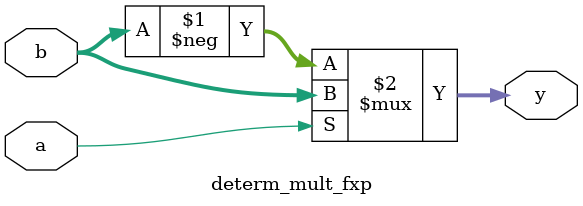
<source format=v>
`timescale 1ns / 1ps
module determ_mult_fxp(a, b, y);

// parameters
parameter BIT_WIDTH = 16;

// I/O
input a;
input signed [(BIT_WIDTH - 1):0] b;
output signed [(BIT_WIDTH - 1):0] y;

assign y = a ? b : -b;

endmodule
</source>
